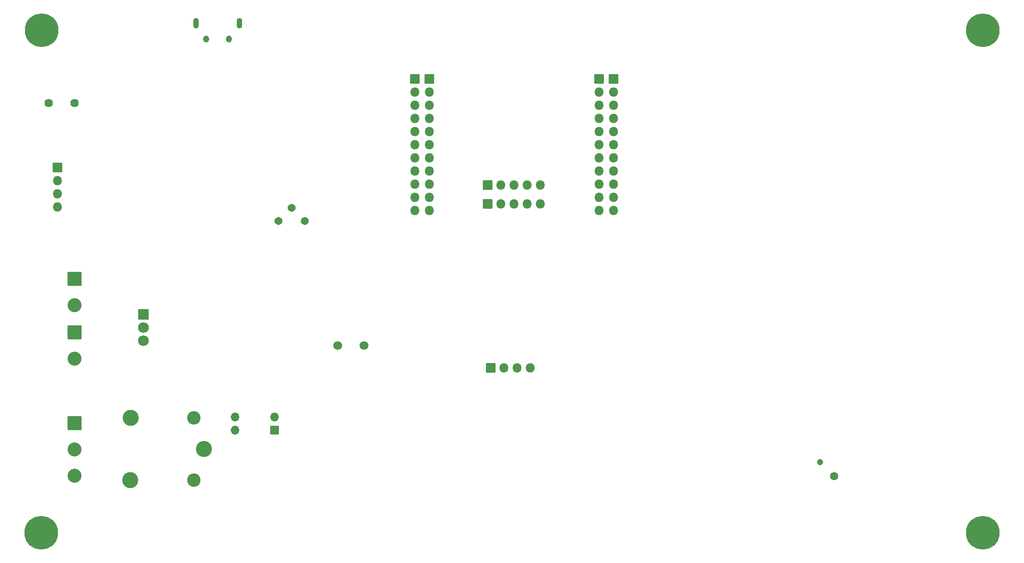
<source format=gbr>
%TF.GenerationSoftware,KiCad,Pcbnew,(6.0.0)*%
%TF.CreationDate,2022-02-10T17:28:00+01:00*%
%TF.ProjectId,ESP32IoTPlatform,45535033-3249-46f5-9450-6c6174666f72,rev?*%
%TF.SameCoordinates,Original*%
%TF.FileFunction,Soldermask,Bot*%
%TF.FilePolarity,Negative*%
%FSLAX46Y46*%
G04 Gerber Fmt 4.6, Leading zero omitted, Abs format (unit mm)*
G04 Created by KiCad (PCBNEW (6.0.0)) date 2022-02-10 17:28:00*
%MOMM*%
%LPD*%
G01*
G04 APERTURE LIST*
G04 Aperture macros list*
%AMRoundRect*
0 Rectangle with rounded corners*
0 $1 Rounding radius*
0 $2 $3 $4 $5 $6 $7 $8 $9 X,Y pos of 4 corners*
0 Add a 4 corners polygon primitive as box body*
4,1,4,$2,$3,$4,$5,$6,$7,$8,$9,$2,$3,0*
0 Add four circle primitives for the rounded corners*
1,1,$1+$1,$2,$3*
1,1,$1+$1,$4,$5*
1,1,$1+$1,$6,$7*
1,1,$1+$1,$8,$9*
0 Add four rect primitives between the rounded corners*
20,1,$1+$1,$2,$3,$4,$5,0*
20,1,$1+$1,$4,$5,$6,$7,0*
20,1,$1+$1,$6,$7,$8,$9,0*
20,1,$1+$1,$8,$9,$2,$3,0*%
G04 Aperture macros list end*
%ADD10RoundRect,0.050000X-1.000000X0.952500X-1.000000X-0.952500X1.000000X-0.952500X1.000000X0.952500X0*%
%ADD11O,2.100000X2.005000*%
%ADD12O,1.100000X2.000000*%
%ADD13O,1.150000X1.350000*%
%ADD14RoundRect,0.050000X-1.300000X1.300000X-1.300000X-1.300000X1.300000X-1.300000X1.300000X1.300000X0*%
%ADD15C,2.700000*%
%ADD16RoundRect,0.050000X0.800000X0.800000X-0.800000X0.800000X-0.800000X-0.800000X0.800000X-0.800000X0*%
%ADD17O,1.700000X1.700000*%
%ADD18RoundRect,0.050000X-0.850000X-0.850000X0.850000X-0.850000X0.850000X0.850000X-0.850000X0.850000X0*%
%ADD19O,1.800000X1.800000*%
%ADD20C,1.540000*%
%ADD21C,0.900000*%
%ADD22C,6.500000*%
%ADD23RoundRect,0.050000X0.850000X-0.850000X0.850000X0.850000X-0.850000X0.850000X-0.850000X-0.850000X0*%
%ADD24C,3.100000*%
%ADD25C,2.600000*%
%ADD26C,1.700000*%
%ADD27C,1.624000*%
%ADD28C,1.200000*%
%ADD29C,1.600000*%
G04 APERTURE END LIST*
D10*
%TO.C,Q3*%
X66655000Y-107260000D03*
D11*
X66655000Y-109800000D03*
X66655000Y-112340000D03*
%TD*%
D12*
%TO.C,J1*%
X76825000Y-51060000D03*
D13*
X78775000Y-54060000D03*
X83225000Y-54060000D03*
D12*
X85175000Y-51060000D03*
%TD*%
D14*
%TO.C,J2*%
X53423999Y-128222999D03*
D15*
X53423999Y-133302999D03*
X53423999Y-138382999D03*
%TD*%
D16*
%TO.C,U6*%
X92031999Y-129619999D03*
D17*
X92031999Y-127079999D03*
X84411999Y-127079999D03*
X84411999Y-129619999D03*
%TD*%
D18*
%TO.C,J5*%
X50113000Y-78943000D03*
D19*
X50113000Y-81483000D03*
X50113000Y-84023000D03*
X50113000Y-86563000D03*
%TD*%
D20*
%TO.C,RV1*%
X97873999Y-89233999D03*
X95333999Y-86693999D03*
X92793999Y-89233999D03*
%TD*%
D21*
%TO.C,H1*%
X45376943Y-54101055D03*
D22*
X47073999Y-52403999D03*
D21*
X47073999Y-50003999D03*
X45376943Y-50706943D03*
X47073999Y-54803999D03*
X44673999Y-52403999D03*
X48771055Y-54101055D03*
X48771055Y-50706943D03*
X49473999Y-52403999D03*
%TD*%
%TO.C,H2*%
X226360999Y-52403999D03*
X230458055Y-54101055D03*
X227063943Y-54101055D03*
X231160999Y-52403999D03*
X228760999Y-50003999D03*
X228760999Y-54803999D03*
X227063943Y-50706943D03*
D22*
X228760999Y-52403999D03*
D21*
X230458055Y-50706943D03*
%TD*%
%TO.C,H3*%
X44546999Y-149431999D03*
X48644055Y-151129055D03*
X45249943Y-151129055D03*
D22*
X46946999Y-149431999D03*
D21*
X46946999Y-151831999D03*
X46946999Y-147031999D03*
X48644055Y-147734943D03*
X49346999Y-149431999D03*
X45249943Y-147734943D03*
%TD*%
%TO.C,H4*%
X230458055Y-151129055D03*
X227063943Y-151129055D03*
X226360999Y-149431999D03*
X227063943Y-147734943D03*
X231160999Y-149431999D03*
X230458055Y-147734943D03*
D22*
X228760999Y-149431999D03*
D21*
X228760999Y-147031999D03*
X228760999Y-151831999D03*
%TD*%
D23*
%TO.C,J7*%
X133179999Y-82248999D03*
D19*
X135719999Y-82248999D03*
X138259999Y-82248999D03*
X140799999Y-82248999D03*
X143339999Y-82248999D03*
%TD*%
D23*
%TO.C,J8*%
X133179999Y-85931999D03*
D19*
X135719999Y-85931999D03*
X138259999Y-85931999D03*
X140799999Y-85931999D03*
X143339999Y-85931999D03*
%TD*%
D24*
%TO.C,K1*%
X78366799Y-133277599D03*
D25*
X76416799Y-139227599D03*
D24*
X64166799Y-139277599D03*
X64216799Y-127227599D03*
D25*
X76416799Y-127227599D03*
%TD*%
D23*
%TO.C,J6*%
X133743999Y-117551999D03*
D19*
X136283999Y-117551999D03*
X138823999Y-117551999D03*
X141363999Y-117551999D03*
%TD*%
D14*
%TO.C,J4*%
X53423999Y-110696999D03*
D15*
X53423999Y-115776999D03*
%TD*%
D14*
%TO.C,J3*%
X53423999Y-100409999D03*
D15*
X53423999Y-105489999D03*
%TD*%
D26*
%TO.C,R19*%
X109303999Y-113236999D03*
X104223999Y-113236999D03*
%TD*%
D27*
%TO.C,BZ1*%
X48423000Y-66452000D03*
X53423000Y-66452000D03*
%TD*%
D18*
%TO.C,J9*%
X121876999Y-61801999D03*
D19*
X121876999Y-64341999D03*
X121876999Y-66881999D03*
X121876999Y-69421999D03*
X121876999Y-71961999D03*
X121876999Y-74501999D03*
X121876999Y-77041999D03*
X121876999Y-79581999D03*
X121876999Y-82121999D03*
X121876999Y-84661999D03*
X121876999Y-87201999D03*
%TD*%
D18*
%TO.C,J11*%
X119082999Y-61801999D03*
D19*
X119082999Y-64341999D03*
X119082999Y-66881999D03*
X119082999Y-69421999D03*
X119082999Y-71961999D03*
X119082999Y-74501999D03*
X119082999Y-77041999D03*
X119082999Y-79581999D03*
X119082999Y-82121999D03*
X119082999Y-84661999D03*
X119082999Y-87201999D03*
%TD*%
D18*
%TO.C,J10*%
X154642999Y-61801999D03*
D19*
X154642999Y-64341999D03*
X154642999Y-66881999D03*
X154642999Y-69421999D03*
X154642999Y-71961999D03*
X154642999Y-74501999D03*
X154642999Y-77041999D03*
X154642999Y-79581999D03*
X154642999Y-82121999D03*
X154642999Y-84661999D03*
X154642999Y-87201999D03*
%TD*%
D18*
%TO.C,J12*%
X157436999Y-61801999D03*
D19*
X157436999Y-64341999D03*
X157436999Y-66881999D03*
X157436999Y-69421999D03*
X157436999Y-71961999D03*
X157436999Y-74501999D03*
X157436999Y-77041999D03*
X157436999Y-79581999D03*
X157436999Y-82121999D03*
X157436999Y-84661999D03*
X157436999Y-87201999D03*
%TD*%
D28*
%TO.C,T1*%
X197347496Y-135783496D03*
D29*
X200034502Y-138470502D03*
%TD*%
M02*

</source>
